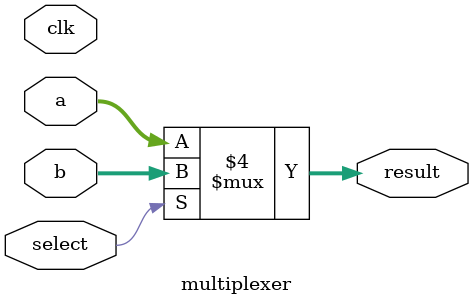
<source format=v>
module multiplexer(input [31:0] a, input [31:0] b, input select, output [31:0] result, input clk);
    wire [31:0] a,b;
    reg [31:0] result;
     
    always @(a,b,select)
    begin
    if(select==0)
        result=a;
    else
        result=b;
    end    
endmodule
</source>
